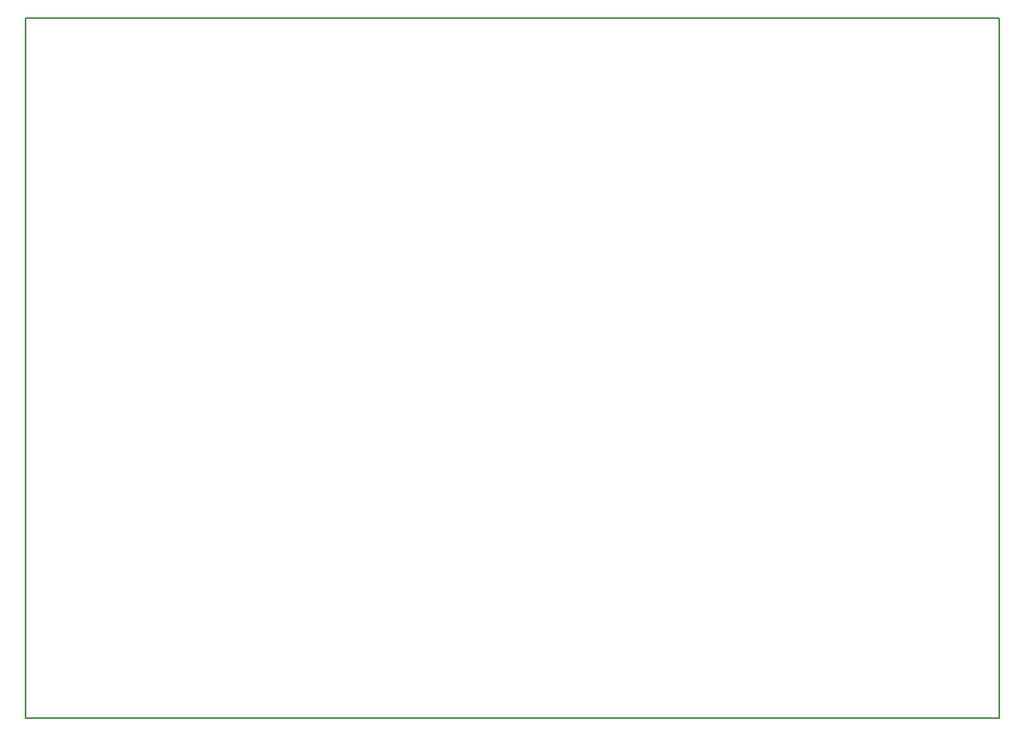
<source format=gbr>
G04 #@! TF.GenerationSoftware,KiCad,Pcbnew,(5.0.0-3-g5ebb6b6)*
G04 #@! TF.CreationDate,2018-09-16T20:50:52-07:00*
G04 #@! TF.ProjectId,controller_MK5,636F6E74726F6C6C65725F4D4B352E6B,rev?*
G04 #@! TF.SameCoordinates,Original*
G04 #@! TF.FileFunction,Other,User*
%FSLAX46Y46*%
G04 Gerber Fmt 4.6, Leading zero omitted, Abs format (unit mm)*
G04 Created by KiCad (PCBNEW (5.0.0-3-g5ebb6b6)) date Sunday, September 16, 2018 at 08:50:52 PM*
%MOMM*%
%LPD*%
G01*
G04 APERTURE LIST*
%ADD10C,0.200000*%
G04 APERTURE END LIST*
D10*
X155400000Y-74200000D02*
X55400000Y-74200000D01*
X155400000Y-146200000D02*
X155400000Y-74200000D01*
X55400000Y-146200000D02*
X155400000Y-146200000D01*
X55400000Y-74200000D02*
X55400000Y-146200000D01*
M02*

</source>
